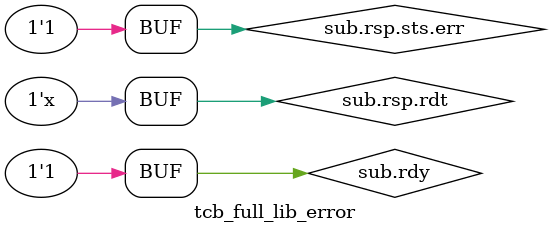
<source format=sv>

module tcb_full_lib_error (
    // system bus interface
    tcb_full_if.sub sub
);

////////////////////////////////////////////////////////////////////////////////
// TCB access
////////////////////////////////////////////////////////////////////////////////

    // response is immediate
    assign sub.rdy = 1'b1;

    // data is don't care
    assign sub.rsp.rdt = 'x;

    // the response status is always an error
    assign sub.rsp.sts.err = 1'b1;

endmodule: tcb_full_lib_error

</source>
